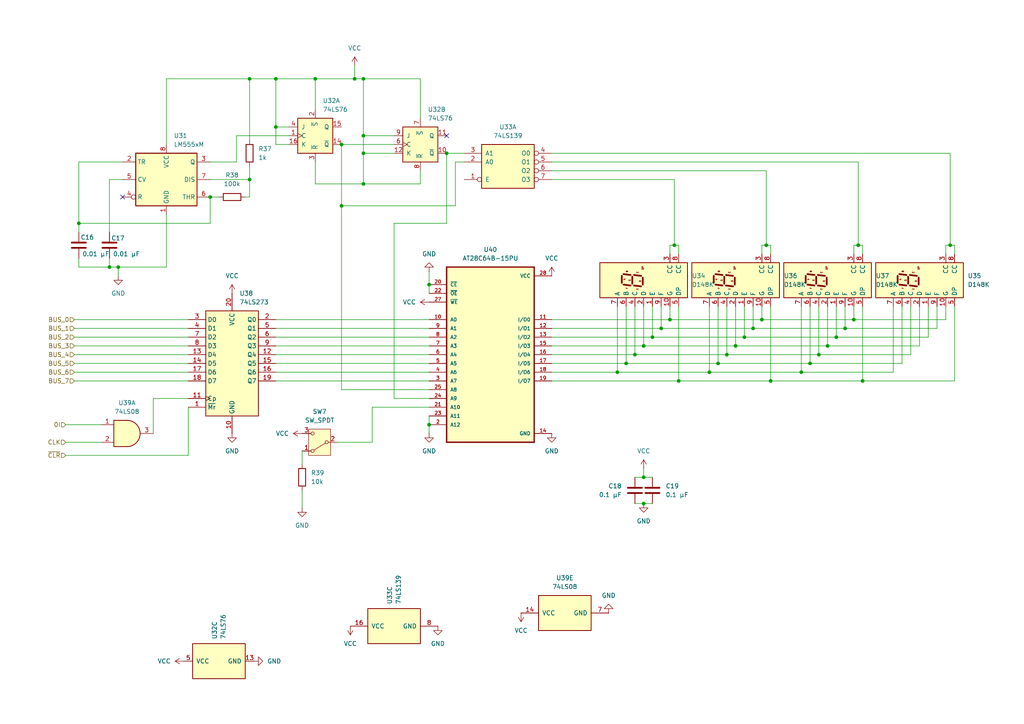
<source format=kicad_sch>
(kicad_sch (version 20250114) (generator "eeschema") (generator_version "9.0")
  (paper "A4")
  (lib_symbols
    (symbol "74xx:74LS08" (pin_names (offset 1.016))
      (property "Reference" "U" (at 0 1.27 0))
      (property "Value" "74LS08" (at 0 -1.27 0))
      (symbol "74LS08_1_1"
        (arc (start 0 3.81) (mid 3.7934 0) (end 0 -3.81) (stroke (width 0.254)) (fill (type background)))
        (polyline (pts (xy 0 3.81) (xy -3.81 3.81) (xy -3.81 -3.81) (xy 0 -3.81)) (stroke (width 0.254)) (fill (type background)))
        (pin input line (at -7.62 2.54 0) (length 3.81) (name "~") (number "1"))
        (pin input line (at -7.62 -2.54 0) (length 3.81) (name "~") (number "2"))
        (pin output line (at 7.62 0 180) (length 3.81) (name "~") (number "3"))
      )
      (symbol "74LS08_1_2"
        (arc (start -3.81 3.81) (mid -2.589 0) (end -3.81 -3.81) (stroke (width 0.254)))
        (polyline (pts (xy -3.81 3.81) (xy -0.635 3.81)) (stroke (width 0.254)) (fill (type background)))
        (polyline (pts (xy -3.81 -3.81) (xy -0.635 -3.81)) (stroke (width 0.254)) (fill (type background)))
        (arc (start 3.81 0) (mid 2.1855 -2.584) (end -0.6096 -3.81) (stroke (width 0.254)) (fill (type background)))
        (arc (start -0.6096 3.81) (mid 2.1928 2.5924) (end 3.81 0) (stroke (width 0.254)) (fill (type background)))
        (polyline (pts (xy -0.635 3.81) (xy -3.81 3.81) (xy -3.81 3.81) (xy -3.556 3.4036) (xy -3.0226 2.2606) (xy -2.6924 1.0414) (xy -2.6162 -0.254) (xy -2.7686 -1.4986) (xy -3.175 -2.7178) (xy -3.81 -3.81) (xy -3.81 -3.81) (xy -0.635 -3.81)) (stroke (width -25.4)) (fill (type background)))
        (pin input inverted (at -7.62 2.54 0) (length 4.318) (name "~") (number "1"))
        (pin input inverted (at -7.62 -2.54 0) (length 4.318) (name "~") (number "2"))
        (pin output inverted (at 7.62 0 180) (length 3.81) (name "~") (number "3"))
      )
      (symbol "74LS08_2_1"
        (arc (start 0 3.81) (mid 3.7934 0) (end 0 -3.81) (stroke (width 0.254)) (fill (type background)))
        (polyline (pts (xy 0 3.81) (xy -3.81 3.81) (xy -3.81 -3.81) (xy 0 -3.81)) (stroke (width 0.254)) (fill (type background)))
        (pin input line (at -7.62 2.54 0) (length 3.81) (name "~") (number "4"))
        (pin input line (at -7.62 -2.54 0) (length 3.81) (name "~") (number "5"))
        (pin output line (at 7.62 0 180) (length 3.81) (name "~") (number "6"))
      )
      (symbol "74LS08_2_2"
        (arc (start -3.81 3.81) (mid -2.589 0) (end -3.81 -3.81) (stroke (width 0.254)))
        (polyline (pts (xy -3.81 3.81) (xy -0.635 3.81)) (stroke (width 0.254)) (fill (type background)))
        (polyline (pts (xy -3.81 -3.81) (xy -0.635 -3.81)) (stroke (width 0.254)) (fill (type background)))
        (arc (start 3.81 0) (mid 2.1855 -2.584) (end -0.6096 -3.81) (stroke (width 0.254)) (fill (type background)))
        (arc (start -0.6096 3.81) (mid 2.1928 2.5924) (end 3.81 0) (stroke (width 0.254)) (fill (type background)))
        (polyline (pts (xy -0.635 3.81) (xy -3.81 3.81) (xy -3.81 3.81) (xy -3.556 3.4036) (xy -3.0226 2.2606) (xy -2.6924 1.0414) (xy -2.6162 -0.254) (xy -2.7686 -1.4986) (xy -3.175 -2.7178) (xy -3.81 -3.81) (xy -3.81 -3.81) (xy -0.635 -3.81)) (stroke (width -25.4)) (fill (type background)))
        (pin input inverted (at -7.62 2.54 0) (length 4.318) (name "~") (number "4"))
        (pin input inverted (at -7.62 -2.54 0) (length 4.318) (name "~") (number "5"))
        (pin output inverted (at 7.62 0 180) (length 3.81) (name "~") (number "6"))
      )
      (symbol "74LS08_3_1"
        (arc (start 0 3.81) (mid 3.7934 0) (end 0 -3.81) (stroke (width 0.254)) (fill (type background)))
        (polyline (pts (xy 0 3.81) (xy -3.81 3.81) (xy -3.81 -3.81) (xy 0 -3.81)) (stroke (width 0.254)) (fill (type background)))
        (pin input line (at -7.62 2.54 0) (length 3.81) (name "~") (number "9"))
        (pin input line (at -7.62 -2.54 0) (length 3.81) (name "~") (number "10"))
        (pin output line (at 7.62 0 180) (length 3.81) (name "~") (number "8"))
      )
      (symbol "74LS08_3_2"
        (arc (start -3.81 3.81) (mid -2.589 0) (end -3.81 -3.81) (stroke (width 0.254)))
        (polyline (pts (xy -3.81 3.81) (xy -0.635 3.81)) (stroke (width 0.254)) (fill (type background)))
        (polyline (pts (xy -3.81 -3.81) (xy -0.635 -3.81)) (stroke (width 0.254)) (fill (type background)))
        (arc (start 3.81 0) (mid 2.1855 -2.584) (end -0.6096 -3.81) (stroke (width 0.254)) (fill (type background)))
        (arc (start -0.6096 3.81) (mid 2.1928 2.5924) (end 3.81 0) (stroke (width 0.254)) (fill (type background)))
        (polyline (pts (xy -0.635 3.81) (xy -3.81 3.81) (xy -3.81 3.81) (xy -3.556 3.4036) (xy -3.0226 2.2606) (xy -2.6924 1.0414) (xy -2.6162 -0.254) (xy -2.7686 -1.4986) (xy -3.175 -2.7178) (xy -3.81 -3.81) (xy -3.81 -3.81) (xy -0.635 -3.81)) (stroke (width -25.4)) (fill (type background)))
        (pin input inverted (at -7.62 2.54 0) (length 4.318) (name "~") (number "9"))
        (pin input inverted (at -7.62 -2.54 0) (length 4.318) (name "~") (number "10"))
        (pin output inverted (at 7.62 0 180) (length 3.81) (name "~") (number "8"))
      )
      (symbol "74LS08_4_1"
        (arc (start 0 3.81) (mid 3.7934 0) (end 0 -3.81) (stroke (width 0.254)) (fill (type background)))
        (polyline (pts (xy 0 3.81) (xy -3.81 3.81) (xy -3.81 -3.81) (xy 0 -3.81)) (stroke (width 0.254)) (fill (type background)))
        (pin input line (at -7.62 2.54 0) (length 3.81) (name "~") (number "12"))
        (pin input line (at -7.62 -2.54 0) (length 3.81) (name "~") (number "13"))
        (pin output line (at 7.62 0 180) (length 3.81) (name "~") (number "11"))
      )
      (symbol "74LS08_4_2"
        (arc (start -3.81 3.81) (mid -2.589 0) (end -3.81 -3.81) (stroke (width 0.254)))
        (polyline (pts (xy -3.81 3.81) (xy -0.635 3.81)) (stroke (width 0.254)) (fill (type background)))
        (polyline (pts (xy -3.81 -3.81) (xy -0.635 -3.81)) (stroke (width 0.254)) (fill (type background)))
        (arc (start 3.81 0) (mid 2.1855 -2.584) (end -0.6096 -3.81) (stroke (width 0.254)) (fill (type background)))
        (arc (start -0.6096 3.81) (mid 2.1928 2.5924) (end 3.81 0) (stroke (width 0.254)) (fill (type background)))
        (polyline (pts (xy -0.635 3.81) (xy -3.81 3.81) (xy -3.81 3.81) (xy -3.556 3.4036) (xy -3.0226 2.2606) (xy -2.6924 1.0414) (xy -2.6162 -0.254) (xy -2.7686 -1.4986) (xy -3.175 -2.7178) (xy -3.81 -3.81) (xy -3.81 -3.81) (xy -0.635 -3.81)) (stroke (width -25.4)) (fill (type background)))
        (pin input inverted (at -7.62 2.54 0) (length 4.318) (name "~") (number "12"))
        (pin input inverted (at -7.62 -2.54 0) (length 4.318) (name "~") (number "13"))
        (pin output inverted (at 7.62 0 180) (length 3.81) (name "~") (number "11"))
      )
      (symbol "74LS08_5_0"
        (pin power_in line (at 0 12.7 270) (length 5.08) (name "VCC") (number "14"))
        (pin power_in line (at 0 -12.7 90) (length 5.08) (name "GND") (number "7"))
      )
      (symbol "74LS08_5_1"
        (rectangle (start -5.08 7.62) (end 5.08 -7.62) (stroke (width 0.254)) (fill (type background)))
      )
    )
    (symbol "74xx:74LS139" (pin_names (offset 1.016))
      (property "Reference" "U" (at -7.62 8.89 0))
      (property "Value" "74LS139" (at -7.62 -8.89 0))
      (symbol "74LS139_1_0"
        (pin input line (at -12.7 2.54 0) (length 5.08) (name "A1") (number "3"))
        (pin input line (at -12.7 0 0) (length 5.08) (name "A0") (number "2"))
        (pin input inverted (at -12.7 -5.08 0) (length 5.08) (name "E") (number "1"))
        (pin output inverted (at 12.7 2.54 180) (length 5.08) (name "O0") (number "4"))
        (pin output inverted (at 12.7 0 180) (length 5.08) (name "O1") (number "5"))
        (pin output inverted (at 12.7 -2.54 180) (length 5.08) (name "O2") (number "6"))
        (pin output inverted (at 12.7 -5.08 180) (length 5.08) (name "O3") (number "7"))
      )
      (symbol "74LS139_1_1"
        (rectangle (start -7.62 5.08) (end 7.62 -7.62) (stroke (width 0.254)) (fill (type background)))
      )
      (symbol "74LS139_2_0"
        (pin input line (at -12.7 2.54 0) (length 5.08) (name "A1") (number "13"))
        (pin input line (at -12.7 0 0) (length 5.08) (name "A0") (number "14"))
        (pin input inverted (at -12.7 -5.08 0) (length 5.08) (name "E") (number "15"))
        (pin output inverted (at 12.7 2.54 180) (length 5.08) (name "O0") (number "12"))
        (pin output inverted (at 12.7 0 180) (length 5.08) (name "O1") (number "11"))
        (pin output inverted (at 12.7 -2.54 180) (length 5.08) (name "O2") (number "10"))
        (pin output inverted (at 12.7 -5.08 180) (length 5.08) (name "O3") (number "9"))
      )
      (symbol "74LS139_2_1"
        (rectangle (start -7.62 5.08) (end 7.62 -7.62) (stroke (width 0.254)) (fill (type background)))
      )
      (symbol "74LS139_3_0"
        (pin power_in line (at 0 12.7 270) (length 5.08) (name "VCC") (number "16"))
        (pin power_in line (at 0 -12.7 90) (length 5.08) (name "GND") (number "8"))
      )
      (symbol "74LS139_3_1"
        (rectangle (start -5.08 7.62) (end 5.08 -7.62) (stroke (width 0.254)) (fill (type background)))
      )
    )
    (symbol "74xx:74LS273"
      (property "Reference" "U" (at -7.62 16.51 0))
      (property "Value" "74LS273" (at -7.62 -16.51 0))
      (symbol "74LS273_1_0"
        (pin input line (at -12.7 12.7 0) (length 5.08) (name "D0") (number "3"))
        (pin input line (at -12.7 10.16 0) (length 5.08) (name "D1") (number "4"))
        (pin input line (at -12.7 7.62 0) (length 5.08) (name "D2") (number "7"))
        (pin input line (at -12.7 5.08 0) (length 5.08) (name "D3") (number "8"))
        (pin input line (at -12.7 2.54 0) (length 5.08) (name "D4") (number "13"))
        (pin input line (at -12.7 0 0) (length 5.08) (name "D5") (number "14"))
        (pin input line (at -12.7 -2.54 0) (length 5.08) (name "D6") (number "17"))
        (pin input line (at -12.7 -5.08 0) (length 5.08) (name "D7") (number "18"))
        (pin input clock (at -12.7 -10.16 0) (length 5.08) (name "Cp") (number "11"))
        (pin input line (at -12.7 -12.7 0) (length 5.08) (name "~{Mr}") (number "1"))
        (pin power_in line (at 0 20.32 270) (length 5.08) (name "VCC") (number "20"))
        (pin power_in line (at 0 -20.32 90) (length 5.08) (name "GND") (number "10"))
        (pin output line (at 12.7 12.7 180) (length 5.08) (name "Q0") (number "2"))
        (pin output line (at 12.7 10.16 180) (length 5.08) (name "Q1") (number "5"))
        (pin output line (at 12.7 7.62 180) (length 5.08) (name "Q2") (number "6"))
        (pin output line (at 12.7 5.08 180) (length 5.08) (name "Q3") (number "9"))
        (pin output line (at 12.7 2.54 180) (length 5.08) (name "Q4") (number "12"))
        (pin output line (at 12.7 0 180) (length 5.08) (name "Q5") (number "15"))
        (pin output line (at 12.7 -2.54 180) (length 5.08) (name "Q6") (number "16"))
        (pin output line (at 12.7 -5.08 180) (length 5.08) (name "Q7") (number "19"))
      )
      (symbol "74LS273_1_1"
        (rectangle (start -7.62 15.24) (end 7.62 -15.24) (stroke (width 0.254)) (fill (type background)))
      )
    )
    (symbol "74xx:74LS76" (pin_names (offset 1.016))
      (property "Reference" "U" (at -7.62 8.89 0))
      (property "Value" "74LS76" (at -7.62 -8.89 0))
      (symbol "74LS76_1_0"
        (pin input line (at -7.62 2.54 0) (length 2.54) (name "J") (number "4"))
        (pin input clock (at -7.62 0 0) (length 2.54) (name "C") (number "1"))
        (pin input line (at -7.62 -2.54 0) (length 2.54) (name "K") (number "16"))
        (pin input line (at 0 7.62 270) (length 2.54) (name "~{S}") (number "2"))
        (pin input line (at 0 -7.62 90) (length 2.54) (name "~{R}") (number "3"))
        (pin output line (at 7.62 2.54 180) (length 2.54) (name "Q") (number "15"))
        (pin output line (at 7.62 -2.54 180) (length 2.54) (name "~{Q}") (number "14"))
      )
      (symbol "74LS76_1_1"
        (rectangle (start -5.08 5.08) (end 5.08 -5.08) (stroke (width 0.254)) (fill (type background)))
      )
      (symbol "74LS76_2_0"
        (pin input line (at -7.62 2.54 0) (length 2.54) (name "J") (number "9"))
        (pin input clock (at -7.62 0 0) (length 2.54) (name "C") (number "6"))
        (pin input line (at -7.62 -2.54 0) (length 2.54) (name "K") (number "12"))
        (pin input line (at 0 7.62 270) (length 2.54) (name "~{S}") (number "7"))
        (pin input line (at 0 -7.62 90) (length 2.54) (name "~{R}") (number "8"))
        (pin output line (at 7.62 2.54 180) (length 2.54) (name "Q") (number "11"))
        (pin output line (at 7.62 -2.54 180) (length 2.54) (name "~{Q}") (number "10"))
      )
      (symbol "74LS76_2_1"
        (rectangle (start -5.08 5.08) (end 5.08 -5.08) (stroke (width 0.254)) (fill (type background)))
      )
      (symbol "74LS76_3_0"
        (pin power_in line (at 0 10.16 270) (length 2.54) (name "VCC") (number "5"))
        (pin power_in line (at 0 -10.16 90) (length 2.54) (name "GND") (number "13"))
      )
      (symbol "74LS76_3_1"
        (rectangle (start -5.08 7.62) (end 5.08 -7.62) (stroke (width 0.254)) (fill (type background)))
      )
    )
    (symbol "AT28C64B-15PU:AT28C64B-15PU" (pin_names (offset 1.016))
      (property "Reference" "U" (at -12.7 26.4 0))
      (property "Value" "AT28C64B-15PU" (at -12.7 -29.4 0))
      (symbol "AT28C64B-15PU_0_0"
        (rectangle (start -12.7 -25.4) (end 12.7 25.4) (stroke (width 0.41)) (fill (type background)))
        (pin input line (at -17.78 20.32 0) (length 5.08) (name "~{CE}") (number "20"))
        (pin input line (at -17.78 17.78 0) (length 5.08) (name "~{OE}") (number "22"))
        (pin input line (at -17.78 15.24 0) (length 5.08) (name "~{WE}") (number "27"))
        (pin input line (at -17.78 10.16 0) (length 5.08) (name "A0") (number "10"))
        (pin input line (at -17.78 7.62 0) (length 5.08) (name "A1") (number "9"))
        (pin input line (at -17.78 5.08 0) (length 5.08) (name "A2") (number "8"))
        (pin input line (at -17.78 2.54 0) (length 5.08) (name "A3") (number "7"))
        (pin input line (at -17.78 0 0) (length 5.08) (name "A4") (number "6"))
        (pin input line (at -17.78 -2.54 0) (length 5.08) (name "A5") (number "5"))
        (pin input line (at -17.78 -5.08 0) (length 5.08) (name "A6") (number "4"))
        (pin input line (at -17.78 -7.62 0) (length 5.08) (name "A7") (number "3"))
        (pin input line (at -17.78 -10.16 0) (length 5.08) (name "A8") (number "25"))
        (pin input line (at -17.78 -12.7 0) (length 5.08) (name "A9") (number "24"))
        (pin input line (at -17.78 -15.24 0) (length 5.08) (name "A10") (number "21"))
        (pin input line (at -17.78 -17.78 0) (length 5.08) (name "A11") (number "23"))
        (pin input line (at -17.78 -20.32 0) (length 5.08) (name "A12") (number "2"))
        (pin power_in line (at 17.78 22.86 180) (length 5.08) (name "VCC") (number "28"))
        (pin bidirectional line (at 17.78 10.16 180) (length 5.08) (name "I/O0") (number "11"))
        (pin bidirectional line (at 17.78 7.62 180) (length 5.08) (name "I/O1") (number "12"))
        (pin bidirectional line (at 17.78 5.08 180) (length 5.08) (name "I/O2") (number "13"))
        (pin bidirectional line (at 17.78 2.54 180) (length 5.08) (name "I/O3") (number "15"))
        (pin bidirectional line (at 17.78 0 180) (length 5.08) (name "I/O4") (number "16"))
        (pin bidirectional line (at 17.78 -2.54 180) (length 5.08) (name "I/O5") (number "17"))
        (pin bidirectional line (at 17.78 -5.08 180) (length 5.08) (name "I/O6") (number "18"))
        (pin bidirectional line (at 17.78 -7.62 180) (length 5.08) (name "I/O7") (number "19"))
        (pin power_in line (at 17.78 -22.86 180) (length 5.08) (name "GND") (number "14"))
      )
    )
    (symbol "Device:C" (pin_numbers (hide yes)) (pin_names (offset 0.254))
      (property "Reference" "C" (at 0.635 2.54 0))
      (property "Value" "C" (at 0.635 -2.54 0))
      (symbol "C_0_1"
        (polyline (pts (xy -2.032 0.762) (xy 2.032 0.762)) (stroke (width 0.508)))
        (polyline (pts (xy -2.032 -0.762) (xy 2.032 -0.762)) (stroke (width 0.508)))
      )
      (symbol "C_1_1"
        (pin passive line (at 0 3.81 270) (length 2.794) (name "~") (number "1"))
        (pin passive line (at 0 -3.81 90) (length 2.794) (name "~") (number "2"))
      )
    )
    (symbol "Device:R" (pin_numbers (hide yes)) (pin_names (offset 0))
      (property "Reference" "R" (at 2.032 0 90))
      (property "Value" "R" (at 0 0 90))
      (symbol "R_0_1"
        (rectangle (start -1.016 -2.54) (end 1.016 2.54) (stroke (width 0.254)))
      )
      (symbol "R_1_1"
        (pin passive line (at 0 3.81 270) (length 1.27) (name "~") (number "1"))
        (pin passive line (at 0 -3.81 90) (length 1.27) (name "~") (number "2"))
      )
    )
    (symbol "Display_Character:D148K"
      (property "Reference" "U" (at -2.54 13.97 0))
      (property "Value" "D148K" (at 1.27 13.97 0))
      (symbol "D148K_0_0"
        (text "E" (at -2.54 1.778 0) (effects (font (size 0.508 0.508))))
        (text "F" (at -2.286 4.826 0) (effects (font (size 0.508 0.508))))
        (text "D" (at -0.254 1.016 0) (effects (font (size 0.508 0.508))))
        (text "G" (at 0 4.064 0) (effects (font (size 0.508 0.508))))
        (text "A" (at 0.254 5.588 0) (effects (font (size 0.508 0.508))))
        (text "C" (at 2.286 1.778 0) (effects (font (size 0.508 0.508))))
        (text "B" (at 2.54 4.826 0) (effects (font (size 0.508 0.508))))
        (text "DP" (at 3.556 0.254 0) (effects (font (size 0.508 0.508))))
      )
      (symbol "D148K_0_1"
        (rectangle (start -5.08 12.7) (end 5.08 -12.7) (stroke (width 0.254)) (fill (type background)))
        (polyline (pts (xy -1.524 2.794) (xy -1.778 0.762)) (stroke (width 0.508)))
        (polyline (pts (xy -1.27 5.842) (xy -1.524 3.81)) (stroke (width 0.508)))
        (polyline (pts (xy -1.27 0.254) (xy 0.762 0.254)) (stroke (width 0.508)))
        (polyline (pts (xy -1.016 3.302) (xy 1.016 3.302)) (stroke (width 0.508)))
        (polyline (pts (xy -0.762 6.35) (xy 1.27 6.35)) (stroke (width 0.508)))
        (polyline (pts (xy 1.524 2.794) (xy 1.27 0.762)) (stroke (width 0.508)))
        (polyline (pts (xy 1.778 5.842) (xy 1.524 3.81)) (stroke (width 0.508)))
        (polyline (pts (xy 2.54 0.254) (xy 2.54 0.254)) (stroke (width 0.508)))
      )
      (symbol "D148K_1_1"
        (pin input line (at -7.62 7.62 0) (length 2.54) (name "A") (number "7"))
        (pin input line (at -7.62 5.08 0) (length 2.54) (name "B") (number "6"))
        (pin input line (at -7.62 2.54 0) (length 2.54) (name "C") (number "4"))
        (pin input line (at -7.62 0 0) (length 2.54) (name "D") (number "2"))
        (pin input line (at -7.62 -2.54 0) (length 2.54) (name "E") (number "1"))
        (pin input line (at -7.62 -5.08 0) (length 2.54) (name "F") (number "9"))
        (pin input line (at -7.62 -7.62 0) (length 2.54) (name "G") (number "10"))
        (pin input line (at -7.62 -10.16 0) (length 2.54) (name "DP") (number "5"))
        (pin input line (at 7.62 -7.62 180) (length 2.54) (name "CC") (number "3"))
        (pin input line (at 7.62 -10.16 180) (length 2.54) (name "CC") (number "8"))
      )
    )
    (symbol "Switch:SW_SPDT" (pin_names (offset 0) (hide yes))
      (property "Reference" "SW" (at 0 5.08 0))
      (property "Value" "SW_SPDT" (at 0 -5.08 0))
      (symbol "SW_SPDT_0_1"
        (circle (center -2.032 0) (radius 0.4572))
        (polyline (pts (xy -1.651 0.254) (xy 1.651 2.286)))
        (circle (center 2.032 2.54) (radius 0.4572))
        (circle (center 2.032 -2.54) (radius 0.4572))
      )
      (symbol "SW_SPDT_1_1"
        (rectangle (start -3.175 3.81) (end 3.175 -3.81) (fill (type background)))
        (pin passive line (at -5.08 0 0) (length 2.54) (name "B") (number "2"))
        (pin passive line (at 5.08 2.54 180) (length 2.54) (name "A") (number "1"))
        (pin passive line (at 5.08 -2.54 180) (length 2.54) (name "C") (number "3"))
      )
    )
    (symbol "Timer:LM555xM"
      (property "Reference" "U" (at -10.16 8.89 0))
      (property "Value" "LM555xM" (at 2.54 8.89 0))
      (symbol "LM555xM_0_0"
        (pin power_in line (at 0 10.16 270) (length 2.54) (name "VCC") (number "8"))
        (pin power_in line (at 0 -10.16 90) (length 2.54) (name "GND") (number "1"))
      )
      (symbol "LM555xM_0_1"
        (rectangle (start -8.89 -7.62) (end 8.89 7.62) (stroke (width 0.254)) (fill (type background)))
        (rectangle (start -8.89 -7.62) (end 8.89 7.62) (stroke (width 0.254)) (fill (type background)))
      )
      (symbol "LM555xM_1_1"
        (pin input line (at -12.7 5.08 0) (length 3.81) (name "TR") (number "2"))
        (pin input line (at -12.7 0 0) (length 3.81) (name "CV") (number "5"))
        (pin input inverted (at -12.7 -5.08 0) (length 3.81) (name "R") (number "4"))
        (pin output line (at 12.7 5.08 180) (length 3.81) (name "Q") (number "3"))
        (pin input line (at 12.7 0 180) (length 3.81) (name "DIS") (number "7"))
        (pin input line (at 12.7 -5.08 180) (length 3.81) (name "THR") (number "6"))
      )
    )
    (symbol "power:GND" (power) (pin_numbers (hide yes)) (pin_names (offset 0) (hide yes))
      (property "Value" "GND" (at 0 -3.81 0))
      (symbol "GND_0_1"
        (polyline (pts (xy 0 0) (xy 0 -1.27) (xy 1.27 -1.27) (xy 0 -2.54) (xy -1.27 -1.27) (xy 0 -1.27)))
      )
      (symbol "GND_1_1"
        (pin power_in line (at 0 0 270) (length 0) (name "~") (number "1"))
      )
    )
    (symbol "power:VCC" (power) (pin_numbers (hide yes)) (pin_names (offset 0) (hide yes))
      (property "Value" "VCC" (at 0 3.556 0))
      (symbol "VCC_0_1"
        (polyline (pts (xy -0.762 1.27) (xy 0 2.54)))
        (polyline (pts (xy 0 2.54) (xy 0.762 1.27)))
        (polyline (pts (xy 0 0) (xy 0 2.54)))
      )
      (symbol "VCC_1_1"
        (pin power_in line (at 0 0 90) (length 0) (name "~") (number "1"))
      )
    )
  )
  (junction (at 213.36 100.33))
  (junction (at 80.01 36.83))
  (junction (at 91.44 22.86))
  (junction (at 22.86 64.77))
  (junction (at 179.07 107.95))
  (junction (at 105.41 39.37))
  (junction (at 247.65 92.71))
  (junction (at 181.61 105.41))
  (junction (at 105.41 44.45))
  (junction (at 191.77 95.25))
  (junction (at 240.03 100.33))
  (junction (at 186.69 138.43))
  (junction (at 205.74 107.95))
  (junction (at 124.46 123.19))
  (junction (at 275.59 71.12))
  (junction (at 105.41 53.34))
  (junction (at 99.06 59.69))
  (junction (at 72.39 52.07))
  (junction (at 102.87 22.86))
  (junction (at 195.58 71.12))
  (junction (at 237.49 102.87))
  (junction (at 196.85 110.49))
  (junction (at 72.39 22.86))
  (junction (at 99.06 41.91))
  (junction (at 105.41 22.86))
  (junction (at 222.25 71.12))
  (junction (at 232.41 107.95))
  (junction (at 129.54 44.45))
  (junction (at 31.75 77.47))
  (junction (at 194.31 92.71))
  (junction (at 245.11 95.25))
  (junction (at 223.52 110.49))
  (junction (at 34.29 77.47))
  (junction (at 210.82 102.87))
  (junction (at 184.15 102.87))
  (junction (at 250.19 110.49))
  (junction (at 124.46 82.55))
  (junction (at 80.01 22.86))
  (junction (at 189.23 97.79))
  (junction (at 220.98 92.71))
  (junction (at 234.95 105.41))
  (junction (at 186.69 100.33))
  (junction (at 215.9 97.79))
  (junction (at 242.57 97.79))
  (junction (at 60.96 57.15))
  (junction (at 248.92 71.12))
  (junction (at 218.44 95.25))
  (junction (at 186.69 146.05))
  (junction (at 208.28 105.41))
  (no_connect (at 129.54 39.37))
  (no_connect (at 35.56 57.15))
  (wire (pts (xy 160.02 92.71) (xy 194.31 92.71)))
  (wire (pts (xy 259.08 107.95) (xy 259.08 88.9)))
  (wire (pts (xy 80.01 95.25) (xy 124.46 95.25)))
  (wire (pts (xy 19.05 132.08) (xy 54.61 132.08)))
  (wire (pts (xy 60.96 52.07) (xy 72.39 52.07)))
  (wire (pts (xy 21.59 105.41) (xy 54.61 105.41)))
  (wire (pts (xy 189.23 97.79) (xy 215.9 97.79)))
  (wire (pts (xy 196.85 88.9) (xy 196.85 110.49)))
  (wire (pts (xy 240.03 100.33) (xy 266.7 100.33)))
  (wire (pts (xy 208.28 88.9) (xy 208.28 105.41)))
  (wire (pts (xy 186.69 138.43) (xy 184.15 138.43)))
  (wire (pts (xy 72.39 52.07) (xy 72.39 48.26)))
  (wire (pts (xy 261.62 105.41) (xy 261.62 88.9)))
  (wire (pts (xy 186.69 146.05) (xy 189.23 146.05)))
  (wire (pts (xy 80.01 107.95) (xy 124.46 107.95)))
  (wire (pts (xy 48.26 62.23) (xy 48.26 77.47)))
  (wire (pts (xy 21.59 110.49) (xy 54.61 110.49)))
  (wire (pts (xy 179.07 88.9) (xy 179.07 107.95)))
  (wire (pts (xy 91.44 53.34) (xy 105.41 53.34)))
  (wire (pts (xy 210.82 88.9) (xy 210.82 102.87)))
  (wire (pts (xy 275.59 44.45) (xy 275.59 71.12)))
  (wire (pts (xy 107.95 118.11) (xy 124.46 118.11)))
  (wire (pts (xy 80.01 105.41) (xy 124.46 105.41)))
  (wire (pts (xy 191.77 95.25) (xy 218.44 95.25)))
  (wire (pts (xy 196.85 71.12) (xy 196.85 73.66)))
  (wire (pts (xy 68.58 46.99) (xy 68.58 39.37)))
  (wire (pts (xy 250.19 88.9) (xy 250.19 110.49)))
  (wire (pts (xy 247.65 88.9) (xy 247.65 92.71)))
  (wire (pts (xy 213.36 88.9) (xy 213.36 100.33)))
  (wire (pts (xy 124.46 78.74) (xy 124.46 82.55)))
  (wire (pts (xy 54.61 132.08) (xy 54.61 118.11)))
  (wire (pts (xy 237.49 102.87) (xy 264.16 102.87)))
  (wire (pts (xy 160.02 52.07) (xy 195.58 52.07)))
  (wire (pts (xy 234.95 88.9) (xy 234.95 105.41)))
  (wire (pts (xy 179.07 107.95) (xy 205.74 107.95)))
  (wire (pts (xy 160.02 107.95) (xy 179.07 107.95)))
  (wire (pts (xy 240.03 88.9) (xy 240.03 100.33)))
  (wire (pts (xy 271.78 95.25) (xy 271.78 88.9)))
  (wire (pts (xy 124.46 123.19) (xy 124.46 125.73)))
  (wire (pts (xy 248.92 46.99) (xy 248.92 71.12)))
  (wire (pts (xy 121.92 34.29) (xy 121.92 22.86)))
  (wire (pts (xy 186.69 88.9) (xy 186.69 100.33)))
  (wire (pts (xy 21.59 102.87) (xy 54.61 102.87)))
  (wire (pts (xy 189.23 88.9) (xy 189.23 97.79)))
  (wire (pts (xy 121.92 53.34) (xy 105.41 53.34)))
  (wire (pts (xy 107.95 128.27) (xy 107.95 118.11)))
  (wire (pts (xy 34.29 77.47) (xy 34.29 80.01)))
  (wire (pts (xy 160.02 44.45) (xy 275.59 44.45)))
  (wire (pts (xy 220.98 73.66) (xy 220.98 71.12)))
  (wire (pts (xy 194.31 92.71) (xy 220.98 92.71)))
  (wire (pts (xy 205.74 107.95) (xy 232.41 107.95)))
  (wire (pts (xy 250.19 110.49) (xy 276.86 110.49)))
  (wire (pts (xy 129.54 44.45) (xy 129.54 64.77)))
  (wire (pts (xy 35.56 52.07) (xy 31.75 52.07)))
  (wire (pts (xy 87.63 130.81) (xy 87.63 134.62)))
  (wire (pts (xy 72.39 22.86) (xy 72.39 40.64)))
  (wire (pts (xy 276.86 71.12) (xy 276.86 73.66)))
  (wire (pts (xy 99.06 41.91) (xy 99.06 59.69)))
  (wire (pts (xy 184.15 102.87) (xy 210.82 102.87)))
  (wire (pts (xy 99.06 59.69) (xy 99.06 113.03)))
  (wire (pts (xy 194.31 73.66) (xy 194.31 71.12)))
  (wire (pts (xy 223.52 110.49) (xy 250.19 110.49)))
  (wire (pts (xy 72.39 22.86) (xy 80.01 22.86)))
  (wire (pts (xy 31.75 52.07) (xy 31.75 67.31)))
  (wire (pts (xy 205.74 88.9) (xy 205.74 107.95)))
  (wire (pts (xy 114.3 115.57) (xy 124.46 115.57)))
  (wire (pts (xy 129.54 64.77) (xy 114.3 64.77)))
  (wire (pts (xy 22.86 74.93) (xy 22.86 77.47)))
  (wire (pts (xy 196.85 110.49) (xy 223.52 110.49)))
  (wire (pts (xy 208.28 105.41) (xy 234.95 105.41)))
  (wire (pts (xy 83.82 41.91) (xy 80.01 41.91)))
  (wire (pts (xy 274.32 71.12) (xy 275.59 71.12)))
  (wire (pts (xy 184.15 146.05) (xy 186.69 146.05)))
  (wire (pts (xy 97.79 128.27) (xy 107.95 128.27)))
  (wire (pts (xy 21.59 95.25) (xy 54.61 95.25)))
  (wire (pts (xy 213.36 100.33) (xy 240.03 100.33)))
  (wire (pts (xy 194.31 88.9) (xy 194.31 92.71)))
  (wire (pts (xy 232.41 107.95) (xy 259.08 107.95)))
  (wire (pts (xy 132.08 46.99) (xy 132.08 59.69)))
  (wire (pts (xy 48.26 22.86) (xy 72.39 22.86)))
  (wire (pts (xy 160.02 97.79) (xy 189.23 97.79)))
  (wire (pts (xy 105.41 44.45) (xy 114.3 44.45)))
  (wire (pts (xy 105.41 39.37) (xy 105.41 44.45)))
  (wire (pts (xy 80.01 100.33) (xy 124.46 100.33)))
  (wire (pts (xy 19.05 123.19) (xy 29.21 123.19)))
  (wire (pts (xy 22.86 67.31) (xy 22.86 64.77)))
  (wire (pts (xy 191.77 88.9) (xy 191.77 95.25)))
  (wire (pts (xy 274.32 92.71) (xy 274.32 88.9)))
  (wire (pts (xy 181.61 88.9) (xy 181.61 105.41)))
  (wire (pts (xy 80.01 97.79) (xy 124.46 97.79)))
  (wire (pts (xy 105.41 53.34) (xy 105.41 44.45)))
  (wire (pts (xy 31.75 74.93) (xy 31.75 77.47)))
  (wire (pts (xy 99.06 113.03) (xy 124.46 113.03)))
  (wire (pts (xy 21.59 107.95) (xy 54.61 107.95)))
  (wire (pts (xy 105.41 22.86) (xy 105.41 39.37)))
  (wire (pts (xy 48.26 77.47) (xy 34.29 77.47)))
  (wire (pts (xy 242.57 97.79) (xy 269.24 97.79)))
  (wire (pts (xy 274.32 73.66) (xy 274.32 71.12)))
  (wire (pts (xy 44.45 125.73) (xy 44.45 115.57)))
  (wire (pts (xy 184.15 88.9) (xy 184.15 102.87)))
  (wire (pts (xy 19.05 128.27) (xy 29.21 128.27)))
  (wire (pts (xy 60.96 57.15) (xy 63.5 57.15)))
  (wire (pts (xy 60.96 46.99) (xy 68.58 46.99)))
  (wire (pts (xy 134.62 44.45) (xy 129.54 44.45)))
  (wire (pts (xy 134.62 46.99) (xy 132.08 46.99)))
  (wire (pts (xy 160.02 95.25) (xy 191.77 95.25)))
  (wire (pts (xy 186.69 138.43) (xy 186.69 135.89)))
  (wire (pts (xy 220.98 88.9) (xy 220.98 92.71)))
  (wire (pts (xy 195.58 52.07) (xy 195.58 71.12)))
  (wire (pts (xy 80.01 92.71) (xy 124.46 92.71)))
  (wire (pts (xy 210.82 102.87) (xy 237.49 102.87)))
  (wire (pts (xy 223.52 71.12) (xy 222.25 71.12)))
  (wire (pts (xy 124.46 120.65) (xy 124.46 123.19)))
  (wire (pts (xy 181.61 105.41) (xy 208.28 105.41)))
  (wire (pts (xy 245.11 95.25) (xy 271.78 95.25)))
  (wire (pts (xy 186.69 138.43) (xy 189.23 138.43)))
  (wire (pts (xy 160.02 46.99) (xy 248.92 46.99)))
  (wire (pts (xy 222.25 49.53) (xy 160.02 49.53)))
  (wire (pts (xy 21.59 92.71) (xy 54.61 92.71)))
  (wire (pts (xy 121.92 49.53) (xy 121.92 53.34)))
  (wire (pts (xy 80.01 102.87) (xy 124.46 102.87)))
  (wire (pts (xy 80.01 22.86) (xy 91.44 22.86)))
  (wire (pts (xy 31.75 77.47) (xy 34.29 77.47)))
  (wire (pts (xy 114.3 39.37) (xy 105.41 39.37)))
  (wire (pts (xy 68.58 39.37) (xy 83.82 39.37)))
  (wire (pts (xy 247.65 73.66) (xy 247.65 71.12)))
  (wire (pts (xy 266.7 100.33) (xy 266.7 88.9)))
  (wire (pts (xy 247.65 71.12) (xy 248.92 71.12)))
  (wire (pts (xy 234.95 105.41) (xy 261.62 105.41)))
  (wire (pts (xy 215.9 88.9) (xy 215.9 97.79)))
  (wire (pts (xy 91.44 22.86) (xy 102.87 22.86)))
  (wire (pts (xy 264.16 102.87) (xy 264.16 88.9)))
  (wire (pts (xy 48.26 41.91) (xy 48.26 22.86)))
  (wire (pts (xy 21.59 97.79) (xy 54.61 97.79)))
  (wire (pts (xy 87.63 142.24) (xy 87.63 147.32)))
  (wire (pts (xy 124.46 82.55) (xy 124.46 85.09)))
  (wire (pts (xy 80.01 36.83) (xy 80.01 22.86)))
  (wire (pts (xy 247.65 92.71) (xy 274.32 92.71)))
  (wire (pts (xy 245.11 88.9) (xy 245.11 95.25)))
  (wire (pts (xy 22.86 77.47) (xy 31.75 77.47)))
  (wire (pts (xy 194.31 71.12) (xy 195.58 71.12)))
  (wire (pts (xy 60.96 64.77) (xy 22.86 64.77)))
  (wire (pts (xy 195.58 71.12) (xy 196.85 71.12)))
  (wire (pts (xy 60.96 57.15) (xy 60.96 64.77)))
  (wire (pts (xy 232.41 88.9) (xy 232.41 107.95)))
  (wire (pts (xy 121.92 22.86) (xy 105.41 22.86)))
  (wire (pts (xy 275.59 71.12) (xy 276.86 71.12)))
  (wire (pts (xy 132.08 59.69) (xy 99.06 59.69)))
  (wire (pts (xy 237.49 88.9) (xy 237.49 102.87)))
  (wire (pts (xy 21.59 100.33) (xy 54.61 100.33)))
  (wire (pts (xy 276.86 110.49) (xy 276.86 88.9)))
  (wire (pts (xy 80.01 110.49) (xy 124.46 110.49)))
  (wire (pts (xy 160.02 102.87) (xy 184.15 102.87)))
  (wire (pts (xy 215.9 97.79) (xy 242.57 97.79)))
  (wire (pts (xy 222.25 71.12) (xy 222.25 49.53)))
  (wire (pts (xy 114.3 41.91) (xy 99.06 41.91)))
  (wire (pts (xy 186.69 100.33) (xy 213.36 100.33)))
  (wire (pts (xy 22.86 64.77) (xy 22.86 46.99)))
  (wire (pts (xy 160.02 100.33) (xy 186.69 100.33)))
  (wire (pts (xy 22.86 46.99) (xy 35.56 46.99)))
  (wire (pts (xy 102.87 22.86) (xy 102.87 19.05)))
  (wire (pts (xy 72.39 57.15) (xy 72.39 52.07)))
  (wire (pts (xy 160.02 110.49) (xy 196.85 110.49)))
  (wire (pts (xy 80.01 41.91) (xy 80.01 36.83)))
  (wire (pts (xy 91.44 22.86) (xy 91.44 31.75)))
  (wire (pts (xy 223.52 73.66) (xy 223.52 71.12)))
  (wire (pts (xy 218.44 95.25) (xy 245.11 95.25)))
  (wire (pts (xy 218.44 88.9) (xy 218.44 95.25)))
  (wire (pts (xy 160.02 105.41) (xy 181.61 105.41)))
  (wire (pts (xy 71.12 57.15) (xy 72.39 57.15)))
  (wire (pts (xy 220.98 92.71) (xy 247.65 92.71)))
  (wire (pts (xy 250.19 71.12) (xy 250.19 73.66)))
  (wire (pts (xy 242.57 88.9) (xy 242.57 97.79)))
  (wire (pts (xy 44.45 115.57) (xy 54.61 115.57)))
  (wire (pts (xy 105.41 22.86) (xy 102.87 22.86)))
  (wire (pts (xy 91.44 46.99) (xy 91.44 53.34)))
  (wire (pts (xy 114.3 64.77) (xy 114.3 115.57)))
  (wire (pts (xy 223.52 88.9) (xy 223.52 110.49)))
  (wire (pts (xy 83.82 36.83) (xy 80.01 36.83)))
  (wire (pts (xy 269.24 97.79) (xy 269.24 88.9)))
  (wire (pts (xy 248.92 71.12) (xy 250.19 71.12)))
  (wire (pts (xy 220.98 71.12) (xy 222.25 71.12)))
  (hierarchical_label "~{CLR}" (shape input) (at 19.05 132.08 180))
  (hierarchical_label "BUS_4" (shape input) (at 21.59 102.87 180))
  (hierarchical_label "BUS_6" (shape input) (at 21.59 107.95 180))
  (hierarchical_label "BUS_3" (shape input) (at 21.59 100.33 180))
  (hierarchical_label "BUS_7" (shape input) (at 21.59 110.49 180))
  (hierarchical_label "0I" (shape input) (at 19.05 123.19 180))
  (hierarchical_label "BUS_5" (shape input) (at 21.59 105.41 180))
  (hierarchical_label "CLK" (shape input) (at 19.05 128.27 180))
  (hierarchical_label "BUS_0" (shape input) (at 21.59 92.71 180))
  (hierarchical_label "BUS_1" (shape input) (at 21.59 95.25 180))
  (hierarchical_label "BUS_2" (shape input) (at 21.59 97.79 180))
  (symbol (lib_id "Device:C") (at 22.86 71.12 0) (unit 1)
    (property "Reference" "C16" (at 23.368 68.834 0) (effects (justify left)))
    (property "Value" "0.01 µF" (at 23.876 73.66 0) (effects (justify left)))
    (property "Footprint" "Capacitor_THT:C_Radial_D5.0mm_H5.0mm_P2.00mm" (effects (hide yes)))
    (property "Description" "Unpolarized capacitor" (effects (hide yes)))
  )
  (symbol (lib_id "Device:C") (at 184.15 142.24 0) (mirror y) (unit 1)
    (property "Reference" "C18" (at 180.34 140.9699 0) (effects (justify left)))
    (property "Value" "0.1 µF" (at 180.34 143.5099 0) (effects (justify left)))
    (property "Footprint" "Capacitor_THT:C_Radial_D5.0mm_H5.0mm_P2.00mm" (effects (hide yes)))
    (property "Description" "Unpolarized capacitor" (effects (hide yes)))
  )
  (symbol (lib_id "Device:C") (at 31.75 71.12 0) (unit 1)
    (property "Reference" "C17" (at 32.258 69.088 0) (effects (justify left)))
    (property "Value" "0.01 µF" (at 32.766 73.66 0) (effects (justify left)))
    (property "Footprint" "Capacitor_THT:C_Radial_D5.0mm_H5.0mm_P2.00mm" (effects (hide yes)))
    (property "Description" "Unpolarized capacitor" (effects (hide yes)))
  )
  (symbol (lib_id "power:GND") (at 67.31 125.73 0) (unit 1)
    (property "Reference" "#PWR073" (effects (hide yes)))
    (property "Value" "GND" (at 67.31 130.81 0))
    (property "Description" "Power symbol creates a global label with name \"GND\" , ground" (effects (hide yes)))
  )
  (symbol (lib_id "74xx:74LS139") (at 147.32 46.99 0) (unit 1)
    (property "Reference" "U33" (at 147.32 36.83 0))
    (property "Value" "74LS139" (at 147.32 39.37 0))
    (property "Footprint" "Package_DIP:DIP-16_W7.62mm" (effects (hide yes)))
    (property "Datasheet" "http://www.ti.com/lit/ds/symlink/sn74ls139a.pdf" (effects (hide yes)))
    (property "Description" "Dual Decoder 1 of 4, Active low outputs" (effects (hide yes)))
  )
  (symbol (lib_id "Display_Character:D148K") (at 240.03 81.28 90) (unit 1)
    (property "Reference" "U37" (at 254 80.0099 90) (effects (justify right)))
    (property "Value" "D148K" (at 254 82.5499 90) (effects (justify right)))
    (property "Footprint" "Display_7Segment:D1X8K" (effects (hide yes)))
    (property "Datasheet" "https://ia800903.us.archive.org/24/items/CTKD1x8K/Cromatek%20D168K.pdf" (effects (hide yes)))
    (property "Description" "One digit 7 segment yellowish-green LED, low current, common cathode" (effects (hide yes)))
  )
  (symbol (lib_id "Timer:LM555xM") (at 48.26 52.07 0) (unit 1)
    (property "Reference" "U31" (at 50.4033 39.37 0) (effects (justify left)))
    (property "Value" "LM555xM" (at 50.4033 41.91 0) (effects (justify left)))
    (property "Footprint" "Package_SO:SOIC-8_3.9x4.9mm_P1.27mm" (effects (hide yes)))
    (property "Datasheet" "http://www.ti.com/lit/ds/symlink/lm555.pdf" (effects (hide yes)))
    (property "Description" "Timer, 555 compatible, SOIC-8" (effects (hide yes)))
  )
  (symbol (lib_id "power:GND") (at 73.66 191.77 90) (unit 1)
    (property "Reference" "#PWR062" (effects (hide yes)))
    (property "Value" "GND" (at 77.47 191.7699 90) (effects (justify right)))
    (property "Description" "Power symbol creates a global label with name \"GND\" , ground" (effects (hide yes)))
  )
  (symbol (lib_id "Device:C") (at 189.23 142.24 0) (unit 1)
    (property "Reference" "C19" (at 193.04 140.9699 0) (effects (justify left)))
    (property "Value" "0.1 µF" (at 193.04 143.5099 0) (effects (justify left)))
    (property "Footprint" "Capacitor_THT:C_Radial_D5.0mm_H5.0mm_P2.00mm" (effects (hide yes)))
    (property "Description" "Unpolarized capacitor" (effects (hide yes)))
  )
  (symbol (lib_id "Device:R") (at 72.39 44.45 0) (unit 1)
    (property "Reference" "R37" (at 74.93 43.1799 0) (effects (justify left)))
    (property "Value" "1k" (at 74.93 45.7199 0) (effects (justify left)))
    (property "Footprint" "Resistor_THT:R_Axial_DIN0207_L6.3mm_D2.5mm_P7.62mm_Horizontal" (effects (hide yes)))
    (property "Description" "Resistor" (effects (hide yes)))
  )
  (symbol (lib_id "74xx:74LS76") (at 121.92 41.91 0) (unit 2)
    (property "Reference" "U32" (at 124.0633 31.75 0) (effects (justify left)))
    (property "Value" "74LS76" (at 124.0633 34.29 0) (effects (justify left)))
    (property "Footprint" "Package_DIP:DIP-16_W7.62mm" (effects (hide yes)))
    (property "Datasheet" "http://www.ti.com/lit/gpn/sn74LS76" (effects (hide yes)))
    (property "Description" "Dual JK Flip-flop, Set & Reset" (effects (hide yes)))
  )
  (symbol (lib_id "power:VCC") (at 151.13 177.8 180) (unit 1)
    (property "Reference" "#PWR060" (effects (hide yes)))
    (property "Value" "VCC" (at 151.13 182.88 0))
    (property "Description" "Power symbol creates a global label with name \"VCC\"" (effects (hide yes)))
  )
  (symbol (lib_id "power:VCC") (at 160.02 80.01 0) (unit 1)
    (property "Reference" "#PWR071" (effects (hide yes)))
    (property "Value" "VCC" (at 160.02 74.93 0))
    (property "Description" "Power symbol creates a global label with name \"VCC\"" (effects (hide yes)))
  )
  (symbol (lib_id "power:VCC") (at 124.46 87.63 90) (unit 1)
    (property "Reference" "#PWR076" (effects (hide yes)))
    (property "Value" "VCC" (at 120.65 87.6299 90) (effects (justify left)))
    (property "Description" "Power symbol creates a global label with name \"VCC\"" (effects (hide yes)))
  )
  (symbol (lib_id "power:VCC") (at 67.31 85.09 0) (unit 1)
    (property "Reference" "#PWR070" (effects (hide yes)))
    (property "Value" "VCC" (at 67.31 80.01 0))
    (property "Description" "Power symbol creates a global label with name \"VCC\"" (effects (hide yes)))
  )
  (symbol (lib_id "Display_Character:D148K") (at 213.36 81.28 90) (unit 1)
    (property "Reference" "U36" (at 227.33 80.0099 90) (effects (justify right)))
    (property "Value" "D148K" (at 227.33 82.5499 90) (effects (justify right)))
    (property "Footprint" "Display_7Segment:D1X8K" (effects (hide yes)))
    (property "Datasheet" "https://ia800903.us.archive.org/24/items/CTKD1x8K/Cromatek%20D168K.pdf" (effects (hide yes)))
    (property "Description" "One digit 7 segment yellowish-green LED, low current, common cathode" (effects (hide yes)))
  )
  (symbol (lib_id "Display_Character:D148K") (at 266.7 81.28 90) (unit 1)
    (property "Reference" "U35" (at 280.67 80.0099 90) (effects (justify right)))
    (property "Value" "D148K" (at 280.67 82.5499 90) (effects (justify right)))
    (property "Footprint" "Display_7Segment:D1X8K" (effects (hide yes)))
    (property "Datasheet" "https://ia800903.us.archive.org/24/items/CTKD1x8K/Cromatek%20D168K.pdf" (effects (hide yes)))
    (property "Description" "One digit 7 segment yellowish-green LED, low current, common cathode" (effects (hide yes)))
  )
  (symbol (lib_id "Device:R") (at 87.63 138.43 0) (unit 1)
    (property "Reference" "R39" (at 90.17 137.1599 0) (effects (justify left)))
    (property "Value" "10k" (at 90.17 139.6999 0) (effects (justify left)))
    (property "Footprint" "Resistor_THT:R_Axial_DIN0207_L6.3mm_D2.5mm_P7.62mm_Horizontal" (effects (hide yes)))
    (property "Description" "Resistor" (effects (hide yes)))
  )
  (symbol (lib_id "power:GND") (at 124.46 125.73 0) (unit 1)
    (property "Reference" "#PWR065" (effects (hide yes)))
    (property "Value" "GND" (at 124.46 130.81 0))
    (property "Description" "Power symbol creates a global label with name \"GND\" , ground" (effects (hide yes)))
  )
  (symbol (lib_id "Display_Character:D148K") (at 186.69 81.28 90) (unit 1)
    (property "Reference" "U34" (at 200.66 80.0099 90) (effects (justify right)))
    (property "Value" "D148K" (at 200.66 82.5499 90) (effects (justify right)))
    (property "Footprint" "Display_7Segment:D1X8K" (effects (hide yes)))
    (property "Datasheet" "https://ia800903.us.archive.org/24/items/CTKD1x8K/Cromatek%20D168K.pdf" (effects (hide yes)))
    (property "Description" "One digit 7 segment yellowish-green LED, low current, common cathode" (effects (hide yes)))
  )
  (symbol (lib_id "power:VCC") (at 87.63 125.73 90) (unit 1)
    (property "Reference" "#PWR066" (effects (hide yes)))
    (property "Value" "VCC" (at 83.82 125.7299 90) (effects (justify left)))
    (property "Description" "Power symbol creates a global label with name \"VCC\"" (effects (hide yes)))
  )
  (symbol (lib_id "74xx:74LS08") (at 36.83 125.73 0) (unit 1)
    (property "Reference" "U39" (at 36.8217 116.84 0))
    (property "Value" "74LS08" (at 36.8217 119.38 0))
    (property "Footprint" "Custom:N14" (effects (hide yes)))
    (property "Datasheet" "http://www.ti.com/lit/gpn/sn74LS08" (effects (hide yes)))
    (property "Description" "Quad And2" (effects (hide yes)))
  )
  (symbol (lib_id "74xx:74LS76") (at 91.44 39.37 0) (unit 1)
    (property "Reference" "U32" (at 93.5833 29.21 0) (effects (justify left)))
    (property "Value" "74LS76" (at 93.5833 31.75 0) (effects (justify left)))
    (property "Footprint" "Package_DIP:DIP-16_W7.62mm" (effects (hide yes)))
    (property "Datasheet" "http://www.ti.com/lit/gpn/sn74LS76" (effects (hide yes)))
    (property "Description" "Dual JK Flip-flop, Set & Reset" (effects (hide yes)))
  )
  (symbol (lib_id "power:GND") (at 160.02 125.73 0) (unit 1)
    (property "Reference" "#PWR074" (effects (hide yes)))
    (property "Value" "GND" (at 160.02 130.81 0))
    (property "Description" "Power symbol creates a global label with name \"GND\" , ground" (effects (hide yes)))
  )
  (symbol (lib_id "power:VCC") (at 53.34 191.77 90) (unit 1)
    (property "Reference" "#PWR058" (effects (hide yes)))
    (property "Value" "VCC" (at 49.53 191.7699 90) (effects (justify left)))
    (property "Description" "Power symbol creates a global label with name \"VCC\"" (effects (hide yes)))
  )
  (symbol (lib_id "AT28C64B-15PU:AT28C64B-15PU") (at 142.24 102.87 0) (unit 1)
    (property "Reference" "U40" (at 142.24 72.39 0))
    (property "Value" "AT28C64B-15PU" (at 142.24 74.93 0))
    (property "Footprint" "AT28C64B_15PU:DIP1555W45P254L3733H482Q28" (effects (hide yes)))
    (property "Datasheet" "https://ww1.microchip.com/downloads/en/DeviceDoc/doc0270.pdf" (effects (hide yes)))
    (property "PARTREV" "B" (effects (hide yes)))
    (property "STANDARD" "IPC 7351B" (effects (hide yes)))
    (property "MAXIMUM_PACKAGE_HEIGHT" "4.826 mm" (effects (hide yes)))
    (property "MANUFACTURER" "Microchip Technology" (effects (hide yes)))
  )
  (symbol (lib_id "power:GND") (at 186.69 146.05 0) (unit 1)
    (property "Reference" "#PWR078" (effects (hide yes)))
    (property "Value" "GND" (at 186.69 151.13 0))
    (property "Description" "Power symbol creates a global label with name \"GND\" , ground" (effects (hide yes)))
  )
  (symbol (lib_id "power:VCC") (at 102.87 19.05 0) (unit 1)
    (property "Reference" "#PWR067" (effects (hide yes)))
    (property "Value" "VCC" (at 102.87 13.97 0))
    (property "Description" "Power symbol creates a global label with name \"VCC\"" (effects (hide yes)))
  )
  (symbol (lib_id "74xx:74LS76") (at 63.5 191.77 90) (unit 3)
    (property "Reference" "U32" (at 62.2299 185.42 0) (effects (justify left)))
    (property "Value" "74LS76" (at 64.7699 185.42 0) (effects (justify left)))
    (property "Footprint" "Package_DIP:DIP-16_W7.62mm" (effects (hide yes)))
    (property "Datasheet" "http://www.ti.com/lit/gpn/sn74LS76" (effects (hide yes)))
    (property "Description" "Dual JK Flip-flop, Set & Reset" (effects (hide yes)))
  )
  (symbol (lib_id "power:GND") (at 34.29 80.01 0) (unit 1)
    (property "Reference" "#PWR064" (effects (hide yes)))
    (property "Value" "GND" (at 34.29 85.09 0))
    (property "Description" "Power symbol creates a global label with name \"GND\" , ground" (effects (hide yes)))
  )
  (symbol (lib_id "74xx:74LS273") (at 67.31 105.41 0) (unit 1)
    (property "Reference" "U38" (at 69.4533 85.09 0) (effects (justify left)))
    (property "Value" "74LS273" (at 69.4533 87.63 0) (effects (justify left)))
    (property "Footprint" "Custom:DIP254P762X508-20" (effects (hide yes)))
    (property "Datasheet" "http://www.ti.com/lit/gpn/sn74LS273" (effects (hide yes)))
    (property "Description" "8-bit D Flip-Flop, reset" (effects (hide yes)))
  )
  (symbol (lib_id "Device:R") (at 67.31 57.15 90) (unit 1)
    (property "Reference" "R38" (at 67.31 50.8 90))
    (property "Value" "100k" (at 67.31 53.34 90))
    (property "Footprint" "Resistor_THT:R_Axial_DIN0207_L6.3mm_D2.5mm_P7.62mm_Horizontal" (effects (hide yes)))
    (property "Description" "Resistor" (effects (hide yes)))
  )
  (symbol (lib_id "power:GND") (at 124.46 78.74 180) (unit 1)
    (property "Reference" "#PWR075" (effects (hide yes)))
    (property "Value" "GND" (at 124.46 73.66 0))
    (property "Description" "Power symbol creates a global label with name \"GND\" , ground" (effects (hide yes)))
  )
  (symbol (lib_id "power:GND") (at 176.53 177.8 180) (unit 1)
    (property "Reference" "#PWR063" (effects (hide yes)))
    (property "Value" "GND" (at 176.53 172.72 0))
    (property "Description" "Power symbol creates a global label with name \"GND\" , ground" (effects (hide yes)))
  )
  (symbol (lib_id "power:GND") (at 127 181.61 0) (unit 1)
    (property "Reference" "#PWR061" (effects (hide yes)))
    (property "Value" "GND" (at 127 186.69 0))
    (property "Description" "Power symbol creates a global label with name \"GND\" , ground" (effects (hide yes)))
  )
  (symbol (lib_id "power:GND") (at 87.63 147.32 0) (unit 1)
    (property "Reference" "#PWR072" (effects (hide yes)))
    (property "Value" "GND" (at 87.63 152.4 0))
    (property "Description" "Power symbol creates a global label with name \"GND\" , ground" (effects (hide yes)))
  )
  (symbol (lib_id "power:VCC") (at 186.69 135.89 0) (unit 1)
    (property "Reference" "#PWR077" (effects (hide yes)))
    (property "Value" "VCC" (at 186.69 130.81 0))
    (property "Description" "Power symbol creates a global label with name \"VCC\"" (effects (hide yes)))
  )
  (symbol (lib_id "power:VCC") (at 101.6 181.61 180) (unit 1)
    (property "Reference" "#PWR059" (effects (hide yes)))
    (property "Value" "VCC" (at 101.6 186.69 0))
    (property "Description" "Power symbol creates a global label with name \"VCC\"" (effects (hide yes)))
  )
  (symbol (lib_id "74xx:74LS139") (at 114.3 181.61 90) (unit 3)
    (property "Reference" "U33" (at 113.0299 175.26 0) (effects (justify left)))
    (property "Value" "74LS139" (at 115.5699 175.26 0) (effects (justify left)))
    (property "Footprint" "Package_DIP:DIP-16_W7.62mm" (effects (hide yes)))
    (property "Datasheet" "http://www.ti.com/lit/ds/symlink/sn74ls139a.pdf" (effects (hide yes)))
    (property "Description" "Dual Decoder 1 of 4, Active low outputs" (effects (hide yes)))
  )
  (symbol (lib_id "Switch:SW_SPDT") (at 92.71 128.27 180) (unit 1)
    (property "Reference" "SW7" (at 92.71 119.38 0))
    (property "Value" "SW_SPDT" (at 92.71 121.92 0))
    (property "Footprint" "Button_Switch_SMD:SW_SPDT_CK_JS102011SAQN" (effects (hide yes)))
    (property "Description" "Switch, single pole double throw" (effects (hide yes)))
  )
  (symbol (lib_id "74xx:74LS08") (at 163.83 177.8 90) (unit 5)
    (property "Reference" "U39" (at 163.83 167.64 90))
    (property "Value" "74LS08" (at 163.83 170.18 90))
    (property "Footprint" "Custom:N14" (effects (hide yes)))
    (property "Datasheet" "http://www.ti.com/lit/gpn/sn74LS08" (effects (hide yes)))
    (property "Description" "Quad And2" (effects (hide yes)))
  )
)
</source>
